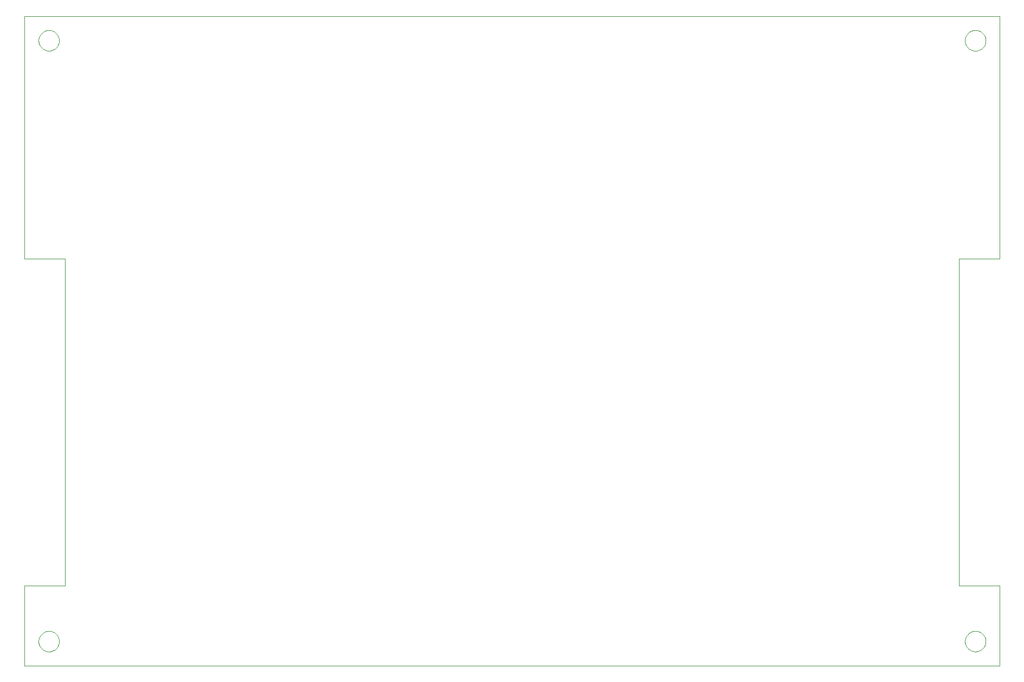
<source format=gbr>
G04 DipTrace 2.4.0.2*
%INBottomCase.gbr*%
%MOIN*%
%ADD16C,0.0013*%
%FSLAX44Y44*%
G04*
G70*
G90*
G75*
G01*
%LNBottom Case*%
%LPD*%
X3940Y3940D2*
D16*
Y8880D1*
X6440D1*
Y29000D1*
X3940D1*
Y43940D1*
X63940D1*
Y29000D1*
X61440D1*
Y8880D1*
X63940D1*
Y3940D1*
X3940D1*
X4810Y42440D2*
X4812Y42484D1*
X4816Y42528D1*
X4824Y42572D1*
X4834Y42615D1*
X4848Y42657D1*
X4864Y42698D1*
X4884Y42738D1*
X4906Y42776D1*
X4930Y42813D1*
X4957Y42848D1*
X4987Y42881D1*
X5018Y42912D1*
X5052Y42940D1*
X5088Y42966D1*
X5125Y42990D1*
X5164Y43011D1*
X5204Y43029D1*
X5245Y43044D1*
X5288Y43056D1*
X5331Y43065D1*
X5374Y43072D1*
X5418Y43075D1*
X5462D1*
X5506Y43072D1*
X5549Y43065D1*
X5592Y43056D1*
X5635Y43044D1*
X5676Y43029D1*
X5716Y43011D1*
X5755Y42990D1*
X5792Y42966D1*
X5828Y42940D1*
X5862Y42912D1*
X5893Y42881D1*
X5923Y42848D1*
X5950Y42813D1*
X5974Y42776D1*
X5996Y42738D1*
X6016Y42698D1*
X6032Y42657D1*
X6046Y42615D1*
X6056Y42572D1*
X6064Y42528D1*
X6068Y42484D1*
X6070Y42440D1*
X6068Y42396D1*
X6064Y42352D1*
X6056Y42308D1*
X6046Y42265D1*
X6032Y42223D1*
X6016Y42182D1*
X5996Y42142D1*
X5974Y42104D1*
X5950Y42067D1*
X5923Y42032D1*
X5893Y41999D1*
X5862Y41968D1*
X5828Y41940D1*
X5792Y41914D1*
X5755Y41890D1*
X5716Y41869D1*
X5676Y41851D1*
X5635Y41836D1*
X5592Y41824D1*
X5549Y41815D1*
X5506Y41808D1*
X5462Y41805D1*
X5418D1*
X5374Y41808D1*
X5331Y41815D1*
X5288Y41824D1*
X5245Y41836D1*
X5204Y41851D1*
X5164Y41869D1*
X5125Y41890D1*
X5088Y41914D1*
X5052Y41940D1*
X5018Y41968D1*
X4987Y41999D1*
X4957Y42032D1*
X4930Y42067D1*
X4906Y42104D1*
X4884Y42142D1*
X4864Y42182D1*
X4848Y42223D1*
X4834Y42265D1*
X4824Y42308D1*
X4816Y42352D1*
X4812Y42396D1*
X4810Y42440D1*
X61800D2*
X61802Y42484D1*
X61806Y42528D1*
X61814Y42572D1*
X61825Y42615D1*
X61839Y42657D1*
X61855Y42698D1*
X61875Y42738D1*
X61897Y42776D1*
X61922Y42813D1*
X61950Y42848D1*
X61980Y42881D1*
X62012Y42912D1*
X62046Y42940D1*
X62082Y42966D1*
X62120Y42990D1*
X62159Y43011D1*
X62200Y43029D1*
X62242Y43044D1*
X62285Y43056D1*
X62329Y43065D1*
X62373Y43072D1*
X62418Y43075D1*
X62462D1*
X62507Y43072D1*
X62551Y43065D1*
X62595Y43056D1*
X62638Y43044D1*
X62680Y43029D1*
X62721Y43011D1*
X62760Y42990D1*
X62798Y42966D1*
X62834Y42940D1*
X62868Y42912D1*
X62900Y42881D1*
X62930Y42848D1*
X62958Y42813D1*
X62983Y42776D1*
X63005Y42738D1*
X63025Y42698D1*
X63041Y42657D1*
X63055Y42615D1*
X63066Y42572D1*
X63074Y42528D1*
X63078Y42484D1*
X63080Y42440D1*
X63078Y42396D1*
X63074Y42352D1*
X63066Y42308D1*
X63055Y42265D1*
X63041Y42223D1*
X63025Y42182D1*
X63005Y42142D1*
X62983Y42104D1*
X62958Y42067D1*
X62930Y42032D1*
X62900Y41999D1*
X62868Y41968D1*
X62834Y41940D1*
X62798Y41914D1*
X62760Y41890D1*
X62721Y41869D1*
X62680Y41851D1*
X62638Y41836D1*
X62595Y41824D1*
X62551Y41815D1*
X62507Y41808D1*
X62462Y41805D1*
X62418D1*
X62373Y41808D1*
X62329Y41815D1*
X62285Y41824D1*
X62242Y41836D1*
X62200Y41851D1*
X62159Y41869D1*
X62120Y41890D1*
X62082Y41914D1*
X62046Y41940D1*
X62012Y41968D1*
X61980Y41999D1*
X61950Y42032D1*
X61922Y42067D1*
X61897Y42104D1*
X61875Y42142D1*
X61855Y42182D1*
X61839Y42223D1*
X61825Y42265D1*
X61814Y42308D1*
X61806Y42352D1*
X61802Y42396D1*
X61800Y42440D1*
X61805Y5440D2*
X61807Y5484D1*
X61811Y5528D1*
X61819Y5571D1*
X61830Y5614D1*
X61843Y5655D1*
X61860Y5696D1*
X61879Y5736D1*
X61901Y5774D1*
X61926Y5810D1*
X61954Y5845D1*
X61983Y5878D1*
X62015Y5908D1*
X62049Y5936D1*
X62085Y5962D1*
X62123Y5986D1*
X62162Y6006D1*
X62202Y6024D1*
X62244Y6039D1*
X62286Y6051D1*
X62330Y6060D1*
X62374Y6067D1*
X62418Y6070D1*
X62462D1*
X62506Y6067D1*
X62550Y6060D1*
X62594Y6051D1*
X62636Y6039D1*
X62678Y6024D1*
X62718Y6006D1*
X62757Y5986D1*
X62795Y5962D1*
X62831Y5936D1*
X62865Y5908D1*
X62897Y5878D1*
X62926Y5845D1*
X62954Y5810D1*
X62979Y5774D1*
X63001Y5736D1*
X63020Y5696D1*
X63037Y5655D1*
X63050Y5614D1*
X63061Y5571D1*
X63069Y5528D1*
X63073Y5484D1*
X63075Y5440D1*
X63073Y5396D1*
X63069Y5352D1*
X63061Y5309D1*
X63050Y5266D1*
X63037Y5225D1*
X63020Y5184D1*
X63001Y5144D1*
X62979Y5106D1*
X62954Y5070D1*
X62926Y5035D1*
X62897Y5002D1*
X62865Y4972D1*
X62831Y4944D1*
X62795Y4918D1*
X62757Y4894D1*
X62718Y4874D1*
X62678Y4856D1*
X62636Y4841D1*
X62594Y4829D1*
X62550Y4820D1*
X62506Y4813D1*
X62462Y4810D1*
X62418D1*
X62374Y4813D1*
X62330Y4820D1*
X62286Y4829D1*
X62244Y4841D1*
X62202Y4856D1*
X62162Y4874D1*
X62123Y4894D1*
X62085Y4918D1*
X62049Y4944D1*
X62015Y4972D1*
X61983Y5002D1*
X61954Y5035D1*
X61926Y5070D1*
X61901Y5106D1*
X61879Y5144D1*
X61860Y5184D1*
X61843Y5225D1*
X61830Y5266D1*
X61819Y5309D1*
X61811Y5352D1*
X61807Y5396D1*
X61805Y5440D1*
X4810D2*
X4812Y5484D1*
X4816Y5528D1*
X4824Y5572D1*
X4834Y5615D1*
X4848Y5657D1*
X4864Y5698D1*
X4884Y5738D1*
X4906Y5776D1*
X4930Y5813D1*
X4957Y5848D1*
X4987Y5881D1*
X5018Y5912D1*
X5052Y5940D1*
X5088Y5966D1*
X5125Y5990D1*
X5164Y6011D1*
X5204Y6029D1*
X5245Y6044D1*
X5288Y6056D1*
X5331Y6065D1*
X5374Y6072D1*
X5418Y6075D1*
X5462D1*
X5506Y6072D1*
X5549Y6065D1*
X5592Y6056D1*
X5635Y6044D1*
X5676Y6029D1*
X5716Y6011D1*
X5755Y5990D1*
X5792Y5966D1*
X5828Y5940D1*
X5862Y5912D1*
X5893Y5881D1*
X5923Y5848D1*
X5950Y5813D1*
X5974Y5776D1*
X5996Y5738D1*
X6016Y5698D1*
X6032Y5657D1*
X6046Y5615D1*
X6056Y5572D1*
X6064Y5528D1*
X6068Y5484D1*
X6070Y5440D1*
X6068Y5396D1*
X6064Y5352D1*
X6056Y5308D1*
X6046Y5265D1*
X6032Y5223D1*
X6016Y5182D1*
X5996Y5142D1*
X5974Y5104D1*
X5950Y5067D1*
X5923Y5032D1*
X5893Y4999D1*
X5862Y4968D1*
X5828Y4940D1*
X5792Y4914D1*
X5755Y4890D1*
X5716Y4869D1*
X5676Y4851D1*
X5635Y4836D1*
X5592Y4824D1*
X5549Y4815D1*
X5506Y4808D1*
X5462Y4805D1*
X5418D1*
X5374Y4808D1*
X5331Y4815D1*
X5288Y4824D1*
X5245Y4836D1*
X5204Y4851D1*
X5164Y4869D1*
X5125Y4890D1*
X5088Y4914D1*
X5052Y4940D1*
X5018Y4968D1*
X4987Y4999D1*
X4957Y5032D1*
X4930Y5067D1*
X4906Y5104D1*
X4884Y5142D1*
X4864Y5182D1*
X4848Y5223D1*
X4834Y5265D1*
X4824Y5308D1*
X4816Y5352D1*
X4812Y5396D1*
X4810Y5440D1*
M02*

</source>
